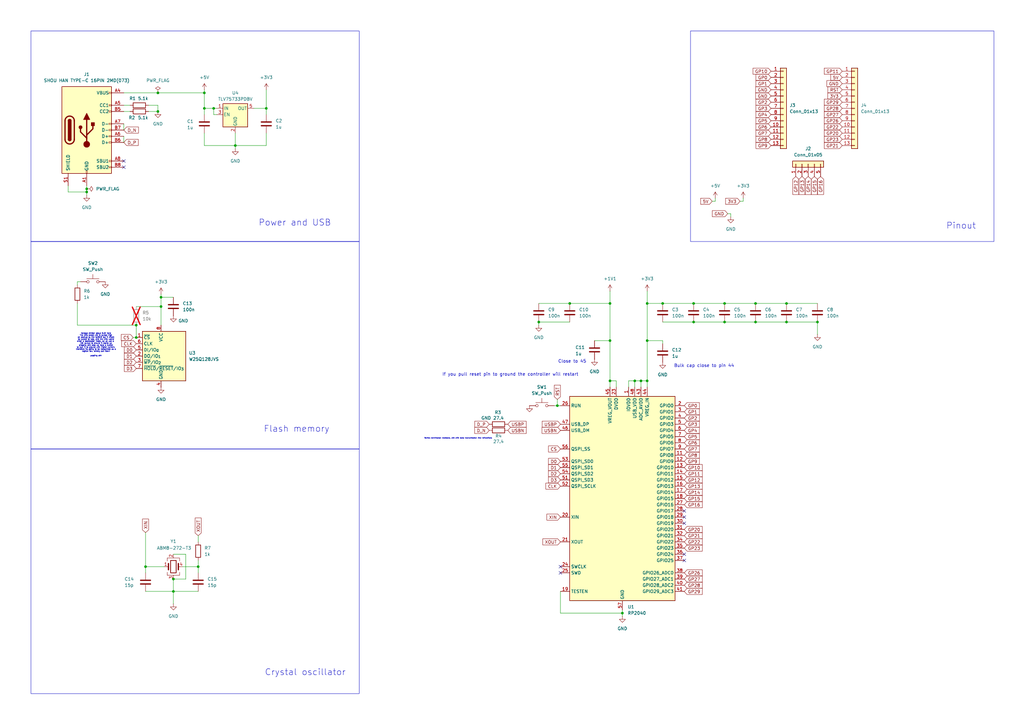
<source format=kicad_sch>
(kicad_sch (version 20250114) (generator "eeschema") (generator_version "9.0")
  (paper "A3")
  (lib_symbols
    (symbol "Connector:USB_C_Receptacle_USB2.0_16P" (pin_names (offset 1.016))
      (property "Reference" "J" (at 0 22.225 0))
      (property "Value" "USB_C_Receptacle_USB2.0_16P" (at 0 19.685 0))
      (symbol "USB_C_Receptacle_USB2.0_16P_0_0"
        (rectangle (start -0.254 -17.78) (end 0.254 -16.764))
        (rectangle (start 10.16 15.494) (end 9.144 14.986))
        (rectangle (start 10.16 10.414) (end 9.144 9.906))
        (rectangle (start 10.16 7.874) (end 9.144 7.366))
        (rectangle (start 10.16 2.794) (end 9.144 2.286))
        (rectangle (start 10.16 0.254) (end 9.144 -0.254))
        (rectangle (start 10.16 -2.286) (end 9.144 -2.794))
        (rectangle (start 10.16 -4.826) (end 9.144 -5.334))
        (rectangle (start 10.16 -12.446) (end 9.144 -12.954))
        (rectangle (start 10.16 -14.986) (end 9.144 -15.494))
      )
      (symbol "USB_C_Receptacle_USB2.0_16P_0_1"
        (rectangle (start -10.16 17.78) (end 10.16 -17.78) (stroke (width 0.254)) (fill (type background)))
        (polyline (pts (xy -8.89 -3.81) (xy -8.89 3.81)) (stroke (width 0.508)))
        (rectangle (start -7.62 -3.81) (end -6.35 3.81) (stroke (width 0.254)) (fill (type outline)))
        (arc (start -7.62 3.81) (mid -6.985 4.4423) (end -6.35 3.81) (stroke (width 0.254)))
        (arc (start -7.62 3.81) (mid -6.985 4.4423) (end -6.35 3.81) (stroke (width 0.254)) (fill (type outline)))
        (arc (start -8.89 3.81) (mid -6.985 5.7067) (end -5.08 3.81) (stroke (width 0.508)))
        (arc (start -5.08 -3.81) (mid -6.985 -5.7067) (end -8.89 -3.81) (stroke (width 0.508)))
        (arc (start -6.35 -3.81) (mid -6.985 -4.4423) (end -7.62 -3.81) (stroke (width 0.254)))
        (arc (start -6.35 -3.81) (mid -6.985 -4.4423) (end -7.62 -3.81) (stroke (width 0.254)) (fill (type outline)))
        (polyline (pts (xy -5.08 3.81) (xy -5.08 -3.81)) (stroke (width 0.508)))
        (circle (center -2.54 1.143) (radius 0.635) (stroke (width 0.254)) (fill (type outline)))
        (polyline (pts (xy -1.27 4.318) (xy 0 6.858) (xy 1.27 4.318) (xy -1.27 4.318)) (stroke (width 0.254)) (fill (type outline)))
        (polyline (pts (xy 0 -2.032) (xy 2.54 0.508) (xy 2.54 1.778)) (stroke (width 0.508)))
        (polyline (pts (xy 0 -3.302) (xy -2.54 -0.762) (xy -2.54 0.508)) (stroke (width 0.508)))
        (polyline (pts (xy 0 -5.842) (xy 0 4.318)) (stroke (width 0.508)))
        (circle (center 0 -5.842) (radius 1.27) (fill (type outline)))
        (rectangle (start 1.905 1.778) (end 3.175 3.048) (stroke (width 0.254)) (fill (type outline)))
      )
      (symbol "USB_C_Receptacle_USB2.0_16P_1_1"
        (pin passive line (at -7.62 -22.86 90) (length 5.08) (name "SHIELD") (number "S1"))
        (pin passive line (at 0 -22.86 90) (length 5.08) (name "GND") (number "A1"))
        (pin passive line (at 0 -22.86 90) (length 5.08) (hide yes) (name "GND") (number "A12"))
        (pin passive line (at 0 -22.86 90) (length 5.08) (hide yes) (name "GND") (number "B1"))
        (pin passive line (at 0 -22.86 90) (length 5.08) (hide yes) (name "GND") (number "B12"))
        (pin passive line (at 15.24 15.24 180) (length 5.08) (name "VBUS") (number "A4"))
        (pin passive line (at 15.24 15.24 180) (length 5.08) (hide yes) (name "VBUS") (number "A9"))
        (pin passive line (at 15.24 15.24 180) (length 5.08) (hide yes) (name "VBUS") (number "B4"))
        (pin passive line (at 15.24 15.24 180) (length 5.08) (hide yes) (name "VBUS") (number "B9"))
        (pin bidirectional line (at 15.24 10.16 180) (length 5.08) (name "CC1") (number "A5"))
        (pin bidirectional line (at 15.24 7.62 180) (length 5.08) (name "CC2") (number "B5"))
        (pin bidirectional line (at 15.24 2.54 180) (length 5.08) (name "D-") (number "A7"))
        (pin bidirectional line (at 15.24 0 180) (length 5.08) (name "D-") (number "B7"))
        (pin bidirectional line (at 15.24 -2.54 180) (length 5.08) (name "D+") (number "A6"))
        (pin bidirectional line (at 15.24 -5.08 180) (length 5.08) (name "D+") (number "B6"))
        (pin bidirectional line (at 15.24 -12.7 180) (length 5.08) (name "SBU1") (number "A8"))
        (pin bidirectional line (at 15.24 -15.24 180) (length 5.08) (name "SBU2") (number "B8"))
      )
    )
    (symbol "Connector_Generic:Conn_01x05" (pin_names (offset 1.016) (hide yes))
      (property "Reference" "J" (at 0 7.62 0))
      (property "Value" "Conn_01x05" (at 0 -7.62 0))
      (symbol "Conn_01x05_1_1"
        (rectangle (start -1.27 6.35) (end 1.27 -6.35) (stroke (width 0.254)) (fill (type background)))
        (rectangle (start -1.27 5.207) (end 0 4.953) (stroke (width 0.1524)))
        (rectangle (start -1.27 2.667) (end 0 2.413) (stroke (width 0.1524)))
        (rectangle (start -1.27 0.127) (end 0 -0.127) (stroke (width 0.1524)))
        (rectangle (start -1.27 -2.413) (end 0 -2.667) (stroke (width 0.1524)))
        (rectangle (start -1.27 -4.953) (end 0 -5.207) (stroke (width 0.1524)))
        (pin passive line (at -5.08 5.08 0) (length 3.81) (name "Pin_1") (number "1"))
        (pin passive line (at -5.08 2.54 0) (length 3.81) (name "Pin_2") (number "2"))
        (pin passive line (at -5.08 0 0) (length 3.81) (name "Pin_3") (number "3"))
        (pin passive line (at -5.08 -2.54 0) (length 3.81) (name "Pin_4") (number "4"))
        (pin passive line (at -5.08 -5.08 0) (length 3.81) (name "Pin_5") (number "5"))
      )
    )
    (symbol "Connector_Generic:Conn_01x13" (pin_names (offset 1.016) (hide yes))
      (property "Reference" "J" (at 0 17.78 0))
      (property "Value" "Conn_01x13" (at 0 -17.78 0))
      (symbol "Conn_01x13_1_1"
        (rectangle (start -1.27 16.51) (end 1.27 -16.51) (stroke (width 0.254)) (fill (type background)))
        (rectangle (start -1.27 15.367) (end 0 15.113) (stroke (width 0.1524)))
        (rectangle (start -1.27 12.827) (end 0 12.573) (stroke (width 0.1524)))
        (rectangle (start -1.27 10.287) (end 0 10.033) (stroke (width 0.1524)))
        (rectangle (start -1.27 7.747) (end 0 7.493) (stroke (width 0.1524)))
        (rectangle (start -1.27 5.207) (end 0 4.953) (stroke (width 0.1524)))
        (rectangle (start -1.27 2.667) (end 0 2.413) (stroke (width 0.1524)))
        (rectangle (start -1.27 0.127) (end 0 -0.127) (stroke (width 0.1524)))
        (rectangle (start -1.27 -2.413) (end 0 -2.667) (stroke (width 0.1524)))
        (rectangle (start -1.27 -4.953) (end 0 -5.207) (stroke (width 0.1524)))
        (rectangle (start -1.27 -7.493) (end 0 -7.747) (stroke (width 0.1524)))
        (rectangle (start -1.27 -10.033) (end 0 -10.287) (stroke (width 0.1524)))
        (rectangle (start -1.27 -12.573) (end 0 -12.827) (stroke (width 0.1524)))
        (rectangle (start -1.27 -15.113) (end 0 -15.367) (stroke (width 0.1524)))
        (pin passive line (at -5.08 15.24 0) (length 3.81) (name "Pin_1") (number "1"))
        (pin passive line (at -5.08 12.7 0) (length 3.81) (name "Pin_2") (number "2"))
        (pin passive line (at -5.08 10.16 0) (length 3.81) (name "Pin_3") (number "3"))
        (pin passive line (at -5.08 7.62 0) (length 3.81) (name "Pin_4") (number "4"))
        (pin passive line (at -5.08 5.08 0) (length 3.81) (name "Pin_5") (number "5"))
        (pin passive line (at -5.08 2.54 0) (length 3.81) (name "Pin_6") (number "6"))
        (pin passive line (at -5.08 0 0) (length 3.81) (name "Pin_7") (number "7"))
        (pin passive line (at -5.08 -2.54 0) (length 3.81) (name "Pin_8") (number "8"))
        (pin passive line (at -5.08 -5.08 0) (length 3.81) (name "Pin_9") (number "9"))
        (pin passive line (at -5.08 -7.62 0) (length 3.81) (name "Pin_10") (number "10"))
        (pin passive line (at -5.08 -10.16 0) (length 3.81) (name "Pin_11") (number "11"))
        (pin passive line (at -5.08 -12.7 0) (length 3.81) (name "Pin_12") (number "12"))
        (pin passive line (at -5.08 -15.24 0) (length 3.81) (name "Pin_13") (number "13"))
      )
    )
    (symbol "Device:C" (pin_numbers (hide yes)) (pin_names (offset 0.254))
      (property "Reference" "C" (at 0.635 2.54 0))
      (property "Value" "C" (at 0.635 -2.54 0))
      (symbol "C_0_1"
        (polyline (pts (xy -2.032 0.762) (xy 2.032 0.762)) (stroke (width 0.508)))
        (polyline (pts (xy -2.032 -0.762) (xy 2.032 -0.762)) (stroke (width 0.508)))
      )
      (symbol "C_1_1"
        (pin passive line (at 0 3.81 270) (length 2.794) (name "~") (number "1"))
        (pin passive line (at 0 -3.81 90) (length 2.794) (name "~") (number "2"))
      )
    )
    (symbol "Device:Crystal_GND23" (pin_names (offset 1.016) (hide yes))
      (property "Reference" "Y" (at 3.175 5.08 0))
      (property "Value" "Crystal_GND23" (at 3.175 3.175 0))
      (symbol "Crystal_GND23_0_1"
        (polyline (pts (xy -2.54 2.286) (xy -2.54 3.556) (xy 2.54 3.556) (xy 2.54 2.286)))
        (polyline (pts (xy -2.54 0) (xy -2.032 0)))
        (polyline (pts (xy -2.54 -2.286) (xy -2.54 -3.556) (xy 2.54 -3.556) (xy 2.54 -2.286)))
        (polyline (pts (xy -2.032 -1.27) (xy -2.032 1.27)) (stroke (width 0.508)))
        (rectangle (start -1.143 2.54) (end 1.143 -2.54) (stroke (width 0.3048)))
        (polyline (pts (xy 0 3.556) (xy 0 3.81)))
        (polyline (pts (xy 0 -3.81) (xy 0 -3.556)))
        (polyline (pts (xy 2.032 0) (xy 2.54 0)))
        (polyline (pts (xy 2.032 -1.27) (xy 2.032 1.27)) (stroke (width 0.508)))
      )
      (symbol "Crystal_GND23_1_1"
        (pin passive line (at -3.81 0 0) (length 1.27) (name "1") (number "1"))
        (pin passive line (at 0 5.08 270) (length 1.27) (name "2") (number "2"))
        (pin passive line (at 0 -5.08 90) (length 1.27) (name "3") (number "3"))
        (pin passive line (at 3.81 0 180) (length 1.27) (name "4") (number "4"))
      )
    )
    (symbol "Device:R" (pin_numbers (hide yes)) (pin_names (offset 0))
      (property "Reference" "R" (at 2.032 0 90))
      (property "Value" "R" (at 0 0 90))
      (symbol "R_0_1"
        (rectangle (start -1.016 -2.54) (end 1.016 2.54) (stroke (width 0.254)))
      )
      (symbol "R_1_1"
        (pin passive line (at 0 3.81 270) (length 1.27) (name "~") (number "1"))
        (pin passive line (at 0 -3.81 90) (length 1.27) (name "~") (number "2"))
      )
    )
    (symbol "MCU_RaspberryPi:RP2040"
      (property "Reference" "U" (at 17.78 45.72 0))
      (property "Value" "RP2040" (at 17.78 43.18 0))
      (symbol "RP2040_0_1"
        (rectangle (start -21.59 41.91) (end 21.59 -41.91) (stroke (width 0.254)) (fill (type background)))
      )
      (symbol "RP2040_1_1"
        (pin input line (at -25.4 38.1 0) (length 3.81) (name "RUN") (number "26"))
        (pin bidirectional line (at -25.4 30.48 0) (length 3.81) (name "USB_DP") (number "47"))
        (pin bidirectional line (at -25.4 27.94 0) (length 3.81) (name "USB_DM") (number "46"))
        (pin bidirectional line (at -25.4 20.32 0) (length 3.81) (name "QSPI_SS") (number "56"))
        (pin bidirectional line (at -25.4 15.24 0) (length 3.81) (name "QSPI_SD0") (number "53"))
        (pin bidirectional line (at -25.4 12.7 0) (length 3.81) (name "QSPI_SD1") (number "55"))
        (pin bidirectional line (at -25.4 10.16 0) (length 3.81) (name "QSPI_SD2") (number "54"))
        (pin bidirectional line (at -25.4 7.62 0) (length 3.81) (name "QSPI_SD3") (number "51"))
        (pin output line (at -25.4 5.08 0) (length 3.81) (name "QSPI_SCLK") (number "52"))
        (pin input line (at -25.4 -7.62 0) (length 3.81) (name "XIN") (number "20"))
        (pin passive line (at -25.4 -17.78 0) (length 3.81) (name "XOUT") (number "21"))
        (pin input line (at -25.4 -27.94 0) (length 3.81) (name "SWCLK") (number "24"))
        (pin bidirectional line (at -25.4 -30.48 0) (length 3.81) (name "SWD") (number "25"))
        (pin input line (at -25.4 -38.1 0) (length 3.81) (name "TESTEN") (number "19"))
        (pin power_out line (at -5.08 45.72 270) (length 3.81) (name "VREG_VOUT") (number "45"))
        (pin power_in line (at -2.54 45.72 270) (length 3.81) (name "DVDD") (number "23"))
        (pin passive line (at -2.54 45.72 270) (length 3.81) (hide yes) (name "DVDD") (number "50"))
        (pin power_in line (at 0 -45.72 90) (length 3.81) (name "GND") (number "57"))
        (pin power_in line (at 2.54 45.72 270) (length 3.81) (name "IOVDD") (number "1"))
        (pin passive line (at 2.54 45.72 270) (length 3.81) (hide yes) (name "IOVDD") (number "10"))
        (pin passive line (at 2.54 45.72 270) (length 3.81) (hide yes) (name "IOVDD") (number "22"))
        (pin passive line (at 2.54 45.72 270) (length 3.81) (hide yes) (name "IOVDD") (number "33"))
        (pin passive line (at 2.54 45.72 270) (length 3.81) (hide yes) (name "IOVDD") (number "42"))
        (pin passive line (at 2.54 45.72 270) (length 3.81) (hide yes) (name "IOVDD") (number "49"))
        (pin power_in line (at 5.08 45.72 270) (length 3.81) (name "USB_VDD") (number "48"))
        (pin power_in line (at 7.62 45.72 270) (length 3.81) (name "ADC_AVDD") (number "43"))
        (pin power_in line (at 10.16 45.72 270) (length 3.81) (name "VREG_IN") (number "44"))
        (pin bidirectional line (at 25.4 38.1 180) (length 3.81) (name "GPIO0") (number "2"))
        (pin bidirectional line (at 25.4 35.56 180) (length 3.81) (name "GPIO1") (number "3"))
        (pin bidirectional line (at 25.4 33.02 180) (length 3.81) (name "GPIO2") (number "4"))
        (pin bidirectional line (at 25.4 30.48 180) (length 3.81) (name "GPIO3") (number "5"))
        (pin bidirectional line (at 25.4 27.94 180) (length 3.81) (name "GPIO4") (number "6"))
        (pin bidirectional line (at 25.4 25.4 180) (length 3.81) (name "GPIO5") (number "7"))
        (pin bidirectional line (at 25.4 22.86 180) (length 3.81) (name "GPIO6") (number "8"))
        (pin bidirectional line (at 25.4 20.32 180) (length 3.81) (name "GPIO7") (number "9"))
        (pin bidirectional line (at 25.4 17.78 180) (length 3.81) (name "GPIO8") (number "11"))
        (pin bidirectional line (at 25.4 15.24 180) (length 3.81) (name "GPIO9") (number "12"))
        (pin bidirectional line (at 25.4 12.7 180) (length 3.81) (name "GPIO10") (number "13"))
        (pin bidirectional line (at 25.4 10.16 180) (length 3.81) (name "GPIO11") (number "14"))
        (pin bidirectional line (at 25.4 7.62 180) (length 3.81) (name "GPIO12") (number "15"))
        (pin bidirectional line (at 25.4 5.08 180) (length 3.81) (name "GPIO13") (number "16"))
        (pin bidirectional line (at 25.4 2.54 180) (length 3.81) (name "GPIO14") (number "17"))
        (pin bidirectional line (at 25.4 0 180) (length 3.81) (name "GPIO15") (number "18"))
        (pin bidirectional line (at 25.4 -2.54 180) (length 3.81) (name "GPIO16") (number "27"))
        (pin bidirectional line (at 25.4 -5.08 180) (length 3.81) (name "GPIO17") (number "28"))
        (pin bidirectional line (at 25.4 -7.62 180) (length 3.81) (name "GPIO18") (number "29"))
        (pin bidirectional line (at 25.4 -10.16 180) (length 3.81) (name "GPIO19") (number "30"))
        (pin bidirectional line (at 25.4 -12.7 180) (length 3.81) (name "GPIO20") (number "31"))
        (pin bidirectional line (at 25.4 -15.24 180) (length 3.81) (name "GPIO21") (number "32"))
        (pin bidirectional line (at 25.4 -17.78 180) (length 3.81) (name "GPIO22") (number "34"))
        (pin bidirectional line (at 25.4 -20.32 180) (length 3.81) (name "GPIO23") (number "35"))
        (pin bidirectional line (at 25.4 -22.86 180) (length 3.81) (name "GPIO24") (number "36"))
        (pin bidirectional line (at 25.4 -25.4 180) (length 3.81) (name "GPIO25") (number "37"))
        (pin bidirectional line (at 25.4 -30.48 180) (length 3.81) (name "GPIO26_ADC0") (number "38"))
        (pin bidirectional line (at 25.4 -33.02 180) (length 3.81) (name "GPIO27_ADC1") (number "39"))
        (pin bidirectional line (at 25.4 -35.56 180) (length 3.81) (name "GPIO28_ADC2") (number "40"))
        (pin bidirectional line (at 25.4 -38.1 180) (length 3.81) (name "GPIO29_ADC3") (number "41"))
      )
    )
    (symbol "Memory_Flash:W25Q128JVS"
      (property "Reference" "U" (at -6.35 11.43 0))
      (property "Value" "W25Q128JVS" (at 7.62 11.43 0))
      (symbol "W25Q128JVS_0_1"
        (rectangle (start -7.62 10.16) (end 10.16 -10.16) (stroke (width 0.254)) (fill (type background)))
      )
      (symbol "W25Q128JVS_1_1"
        (pin input line (at -10.16 7.62 0) (length 2.54) (name "~{CS}") (number "1"))
        (pin input line (at -10.16 5.08 0) (length 2.54) (name "CLK") (number "6"))
        (pin bidirectional line (at -10.16 2.54 0) (length 2.54) (name "DI/IO_{0}") (number "5"))
        (pin bidirectional line (at -10.16 0 0) (length 2.54) (name "DO/IO_{1}") (number "2"))
        (pin bidirectional line (at -10.16 -2.54 0) (length 2.54) (name "~{WP}/IO_{2}") (number "3"))
        (pin bidirectional line (at -10.16 -5.08 0) (length 2.54) (name "~{HOLD}/~{RESET}/IO_{3}") (number "7"))
        (pin power_in line (at 0 12.7 270) (length 2.54) (name "VCC") (number "8"))
        (pin power_in line (at 0 -12.7 90) (length 2.54) (name "GND") (number "4"))
      )
    )
    (symbol "Regulator_Linear:TLV75733PDBV" (pin_names (offset 0.254))
      (property "Reference" "U" (at -3.81 5.715 0))
      (property "Value" "TLV75733PDBV" (at 0 5.715 0))
      (symbol "TLV75733PDBV_0_1"
        (rectangle (start -5.08 4.445) (end 5.08 -5.08) (stroke (width 0.254)) (fill (type background)))
      )
      (symbol "TLV75733PDBV_1_1"
        (pin power_in line (at -7.62 2.54 0) (length 2.54) (name "IN") (number "1"))
        (pin input line (at -7.62 0 0) (length 2.54) (name "EN") (number "3"))
        (pin power_in line (at 0 -7.62 90) (length 2.54) (name "GND") (number "2"))
        (pin no_connect line (at 5.08 0 180) (length 2.54) (hide yes) (name "NC") (number "4"))
        (pin power_out line (at 7.62 2.54 180) (length 2.54) (name "OUT") (number "5"))
      )
    )
    (symbol "Switch:SW_Push" (pin_numbers (hide yes)) (pin_names (offset 1.016) (hide yes))
      (property "Reference" "SW" (at 1.27 2.54 0))
      (property "Value" "SW_Push" (at 0 -1.524 0))
      (symbol "SW_Push_0_1"
        (circle (center -2.032 0) (radius 0.508))
        (polyline (pts (xy 0 1.27) (xy 0 3.048)))
        (circle (center 2.032 0) (radius 0.508))
        (polyline (pts (xy 2.54 1.27) (xy -2.54 1.27)))
        (pin passive line (at -5.08 0 0) (length 2.54) (name "1") (number "1"))
        (pin passive line (at 5.08 0 180) (length 2.54) (name "2") (number "2"))
      )
    )
    (symbol "power:+1V1" (power) (pin_numbers (hide yes)) (pin_names (offset 0) (hide yes))
      (property "Value" "+1V1" (at 0 3.556 0))
      (symbol "+1V1_0_1"
        (polyline (pts (xy -0.762 1.27) (xy 0 2.54)))
        (polyline (pts (xy 0 2.54) (xy 0.762 1.27)))
        (polyline (pts (xy 0 0) (xy 0 2.54)))
      )
      (symbol "+1V1_1_1"
        (pin power_in line (at 0 0 90) (length 0) (name "~") (number "1"))
      )
    )
    (symbol "power:+3V3" (power) (pin_numbers (hide yes)) (pin_names (offset 0) (hide yes))
      (property "Value" "+3V3" (at 0 3.556 0))
      (symbol "+3V3_0_1"
        (polyline (pts (xy -0.762 1.27) (xy 0 2.54)))
        (polyline (pts (xy 0 2.54) (xy 0.762 1.27)))
        (polyline (pts (xy 0 0) (xy 0 2.54)))
      )
      (symbol "+3V3_1_1"
        (pin power_in line (at 0 0 90) (length 0) (name "~") (number "1"))
      )
    )
    (symbol "power:+5V" (power) (pin_numbers (hide yes)) (pin_names (offset 0) (hide yes))
      (property "Value" "+5V" (at 0 3.556 0))
      (symbol "+5V_0_1"
        (polyline (pts (xy -0.762 1.27) (xy 0 2.54)))
        (polyline (pts (xy 0 2.54) (xy 0.762 1.27)))
        (polyline (pts (xy 0 0) (xy 0 2.54)))
      )
      (symbol "+5V_1_1"
        (pin power_in line (at 0 0 90) (length 0) (name "~") (number "1"))
      )
    )
    (symbol "power:GND" (power) (pin_numbers (hide yes)) (pin_names (offset 0) (hide yes))
      (property "Value" "GND" (at 0 -3.81 0))
      (symbol "GND_0_1"
        (polyline (pts (xy 0 0) (xy 0 -1.27) (xy 1.27 -1.27) (xy 0 -2.54) (xy -1.27 -1.27) (xy 0 -1.27)))
      )
      (symbol "GND_1_1"
        (pin power_in line (at 0 0 270) (length 0) (name "~") (number "1"))
      )
    )
    (symbol "power:PWR_FLAG" (power) (pin_numbers (hide yes)) (pin_names (offset 0) (hide yes))
      (property "Value" "PWR_FLAG" (at 0 3.81 0))
      (symbol "PWR_FLAG_0_0"
        (pin power_out line (at 0 0 90) (length 0) (name "~") (number "1"))
      )
      (symbol "PWR_FLAG_0_1"
        (polyline (pts (xy 0 0) (xy 0 1.27) (xy -1.016 1.905) (xy 0 2.54) (xy 1.016 1.905) (xy 0 1.27)))
      )
    )
  )
  (rectangle (start 12.7 184.15) (end 147.32 284.48))
  (rectangle (start 12.7 99.06) (end 147.32 184.15))
  (rectangle (start 283.21 12.7) (end 407.67 99.06))
  (rectangle (start 12.7 12.7) (end 147.32 99.06))
  (text "Pinout\n" (at 394.208 92.71 0) (effects (font (size 2.54 2.54))))
  (text "If you pull reset pin to ground the controller will restart\n" (at 209.296 153.67 0) (effects (font (size 1.27 1.27))))
  (text "Flash memory\n" (at 121.666 176.022 0) (effects (font (size 2.54 2.54))))
  (text "Power and USB\n" (at 120.904 91.44 0) (effects (font (size 2.54 2.54))))
  (text "yapping ahh" (at 39.37 146.05 0) (effects (font (size 0.508 0.508))))
  (text "Crystal oscillator\n" (at 125.222 275.844 0) (effects (font (size 2.54 2.54))))
  (text "Voltage divider about 0.3V here\nThe chip select pin is pulled high\non startup by the rp2040 but it might\nbe pulled to late, and the chip would\nenter a bootloader mode, so we use a \n10k pullup to ensure it starts up\nproperly and also we have a button\nto pull it to ground with higher current,\ntherofore its going to be recognized as a\nlogical low, strong pull down\n\n" (at 39.37 140.97 0) (effects (font (size 0.508 0.508))))
  (text "Bulk cap close to pin 44\n" (at 288.798 150.114 0) (effects (font (size 1.27 1.27))))
  (text "Series terminaton resistors, aid with data transmission line reflections\n" (at 187.96 179.832 0) (effects (font (size 0.508 0.508))))
  (text "Close to 45\n\n" (at 234.696 149.352 0) (effects (font (size 1.27 1.27))))
  (junction (at 250.19 124.46))
  (junction (at 71.12 242.57))
  (junction (at 322.58 124.46))
  (junction (at 83.82 38.1))
  (junction (at 297.18 124.46))
  (junction (at 271.78 124.46))
  (junction (at 265.43 124.46))
  (junction (at 260.35 156.21))
  (junction (at 335.28 132.08))
  (junction (at 59.69 232.41))
  (junction (at 55.88 133.35))
  (junction (at 309.88 124.46))
  (junction (at 284.48 132.08))
  (junction (at 109.22 44.45))
  (junction (at 64.77 45.72))
  (junction (at 81.28 232.41))
  (junction (at 220.98 132.08))
  (junction (at 233.68 124.46))
  (junction (at 250.19 156.21))
  (junction (at 83.82 44.45))
  (junction (at 250.19 139.7))
  (junction (at 265.43 156.21))
  (junction (at 262.89 156.21))
  (junction (at 35.56 77.47))
  (junction (at 66.04 125.73))
  (junction (at 55.88 138.43))
  (junction (at 64.77 38.1))
  (junction (at 35.56 78.74))
  (junction (at 87.63 44.45))
  (junction (at 255.27 251.46))
  (junction (at 265.43 139.7))
  (junction (at 309.88 132.08))
  (junction (at 284.48 124.46))
  (junction (at 66.04 121.92))
  (junction (at 322.58 132.08))
  (junction (at 297.18 132.08))
  (junction (at 228.6 166.37))
  (junction (at 96.52 59.69))
  (junction (at 71.12 237.49))
  (no_connect (at 50.8 66.04))
  (no_connect (at 280.67 229.87))
  (no_connect (at 280.67 209.55))
  (no_connect (at 229.87 234.95))
  (no_connect (at 280.67 227.33))
  (no_connect (at 280.67 214.63))
  (no_connect (at 229.87 232.41))
  (no_connect (at 280.67 212.09))
  (no_connect (at 50.8 68.58))
  (wire (pts (xy 260.35 156.21) (xy 260.35 158.75)))
  (wire (pts (xy 83.82 44.45) (xy 87.63 44.45)))
  (wire (pts (xy 271.78 124.46) (xy 284.48 124.46)))
  (wire (pts (xy 87.63 44.45) (xy 88.9 44.45)))
  (wire (pts (xy 27.94 76.2) (xy 27.94 78.74)))
  (wire (pts (xy 265.43 156.21) (xy 262.89 156.21)))
  (wire (pts (xy 81.28 219.71) (xy 81.28 222.25)))
  (wire (pts (xy 220.98 132.08) (xy 233.68 132.08)))
  (wire (pts (xy 50.8 50.8) (xy 50.8 53.34)))
  (wire (pts (xy 220.98 124.46) (xy 233.68 124.46)))
  (wire (pts (xy 64.77 43.18) (xy 64.77 45.72)))
  (wire (pts (xy 66.04 120.65) (xy 66.04 121.92)))
  (wire (pts (xy 27.94 78.74) (xy 35.56 78.74)))
  (wire (pts (xy 76.2 237.49) (xy 71.12 237.49)))
  (wire (pts (xy 59.69 242.57) (xy 71.12 242.57)))
  (wire (pts (xy 233.68 124.46) (xy 250.19 124.46)))
  (wire (pts (xy 297.18 132.08) (xy 309.88 132.08)))
  (wire (pts (xy 252.73 156.21) (xy 252.73 158.75)))
  (wire (pts (xy 298.45 87.63) (xy 299.72 87.63)))
  (wire (pts (xy 50.8 55.88) (xy 50.8 58.42)))
  (wire (pts (xy 297.18 124.46) (xy 309.88 124.46)))
  (wire (pts (xy 64.77 38.1) (xy 83.82 38.1)))
  (wire (pts (xy 284.48 132.08) (xy 297.18 132.08)))
  (wire (pts (xy 293.37 82.55) (xy 293.37 81.28)))
  (wire (pts (xy 81.28 229.87) (xy 81.28 232.41)))
  (wire (pts (xy 250.19 119.38) (xy 250.19 124.46)))
  (wire (pts (xy 71.12 237.49) (xy 71.12 242.57)))
  (wire (pts (xy 303.53 82.55) (xy 304.8 82.55)))
  (wire (pts (xy 322.58 132.08) (xy 335.28 132.08)))
  (wire (pts (xy 81.28 232.41) (xy 81.28 234.95)))
  (wire (pts (xy 71.12 242.57) (xy 81.28 242.57)))
  (wire (pts (xy 109.22 36.83) (xy 109.22 44.45)))
  (wire (pts (xy 83.82 54.61) (xy 83.82 59.69)))
  (wire (pts (xy 228.6 163.83) (xy 228.6 166.37)))
  (wire (pts (xy 109.22 44.45) (xy 109.22 46.99)))
  (wire (pts (xy 59.69 232.41) (xy 59.69 234.95)))
  (wire (pts (xy 109.22 54.61) (xy 109.22 59.69)))
  (wire (pts (xy 66.04 121.92) (xy 66.04 125.73)))
  (wire (pts (xy 271.78 139.7) (xy 271.78 140.97)))
  (wire (pts (xy 265.43 124.46) (xy 271.78 124.46)))
  (wire (pts (xy 83.82 59.69) (xy 96.52 59.69)))
  (wire (pts (xy 31.75 115.57) (xy 33.02 115.57)))
  (wire (pts (xy 304.8 82.55) (xy 304.8 81.28)))
  (wire (pts (xy 60.96 45.72) (xy 64.77 45.72)))
  (wire (pts (xy 265.43 139.7) (xy 271.78 139.7)))
  (wire (pts (xy 83.82 44.45) (xy 83.82 46.99)))
  (wire (pts (xy 309.88 132.08) (xy 322.58 132.08)))
  (wire (pts (xy 109.22 59.69) (xy 96.52 59.69)))
  (wire (pts (xy 255.27 250.19) (xy 255.27 251.46)))
  (wire (pts (xy 260.35 156.21) (xy 257.81 156.21)))
  (wire (pts (xy 250.19 156.21) (xy 252.73 156.21)))
  (wire (pts (xy 250.19 156.21) (xy 250.19 158.75)))
  (wire (pts (xy 31.75 133.35) (xy 55.88 133.35)))
  (wire (pts (xy 60.96 43.18) (xy 64.77 43.18)))
  (wire (pts (xy 59.69 218.44) (xy 59.69 232.41)))
  (wire (pts (xy 262.89 156.21) (xy 262.89 158.75)))
  (wire (pts (xy 265.43 156.21) (xy 265.43 158.75)))
  (wire (pts (xy 262.89 156.21) (xy 260.35 156.21)))
  (wire (pts (xy 50.8 45.72) (xy 53.34 45.72)))
  (wire (pts (xy 55.88 138.43) (xy 55.88 133.35)))
  (wire (pts (xy 229.87 242.57) (xy 229.87 251.46)))
  (wire (pts (xy 66.04 125.73) (xy 66.04 133.35)))
  (wire (pts (xy 284.48 124.46) (xy 297.18 124.46)))
  (wire (pts (xy 71.12 242.57) (xy 71.12 247.65)))
  (wire (pts (xy 96.52 60.96) (xy 96.52 59.69)))
  (wire (pts (xy 309.88 124.46) (xy 322.58 124.46)))
  (wire (pts (xy 335.28 132.08) (xy 335.28 137.16)))
  (wire (pts (xy 243.84 139.7) (xy 250.19 139.7)))
  (wire (pts (xy 271.78 132.08) (xy 284.48 132.08)))
  (wire (pts (xy 292.1 82.55) (xy 293.37 82.55)))
  (wire (pts (xy 88.9 46.99) (xy 87.63 46.99)))
  (wire (pts (xy 71.12 227.33) (xy 76.2 227.33)))
  (wire (pts (xy 66.04 121.92) (xy 71.12 121.92)))
  (wire (pts (xy 50.8 43.18) (xy 53.34 43.18)))
  (wire (pts (xy 255.27 252.73) (xy 255.27 251.46)))
  (wire (pts (xy 322.58 124.46) (xy 335.28 124.46)))
  (wire (pts (xy 59.69 232.41) (xy 67.31 232.41)))
  (wire (pts (xy 257.81 156.21) (xy 257.81 158.75)))
  (wire (pts (xy 299.72 87.63) (xy 299.72 88.9)))
  (wire (pts (xy 54.61 138.43) (xy 55.88 138.43)))
  (wire (pts (xy 76.2 227.33) (xy 76.2 237.49)))
  (wire (pts (xy 55.88 125.73) (xy 66.04 125.73)))
  (wire (pts (xy 227.33 166.37) (xy 228.6 166.37)))
  (wire (pts (xy 265.43 124.46) (xy 265.43 139.7)))
  (wire (pts (xy 87.63 46.99) (xy 87.63 44.45)))
  (wire (pts (xy 104.14 44.45) (xy 109.22 44.45)))
  (wire (pts (xy 35.56 76.2) (xy 35.56 77.47)))
  (wire (pts (xy 220.98 133.35) (xy 220.98 132.08)))
  (wire (pts (xy 50.8 38.1) (xy 64.77 38.1)))
  (wire (pts (xy 265.43 119.38) (xy 265.43 124.46)))
  (wire (pts (xy 31.75 116.84) (xy 31.75 115.57)))
  (wire (pts (xy 250.19 124.46) (xy 250.19 139.7)))
  (wire (pts (xy 250.19 139.7) (xy 250.19 156.21)))
  (wire (pts (xy 265.43 139.7) (xy 265.43 156.21)))
  (wire (pts (xy 35.56 80.01) (xy 35.56 78.74)))
  (wire (pts (xy 228.6 166.37) (xy 229.87 166.37)))
  (wire (pts (xy 31.75 124.46) (xy 31.75 133.35)))
  (wire (pts (xy 229.87 251.46) (xy 255.27 251.46)))
  (wire (pts (xy 83.82 38.1) (xy 83.82 44.45)))
  (wire (pts (xy 35.56 77.47) (xy 35.56 78.74)))
  (wire (pts (xy 74.93 232.41) (xy 81.28 232.41)))
  (wire (pts (xy 96.52 54.61) (xy 96.52 59.69)))
  (wire (pts (xy 83.82 36.83) (xy 83.82 38.1)))
  (global_label "CLK" (shape input) (at 229.87 199.39 180) (property "Intersheetrefs" "${INTERSHEET_REFS}" (effects (hide yes))))
  (global_label "GP20" (shape input) (at 345.44 54.61 180) (property "Intersheetrefs" "${INTERSHEET_REFS}" (effects (hide yes))))
  (global_label "GP26" (shape input) (at 280.67 234.95 0) (property "Intersheetrefs" "${INTERSHEET_REFS}" (effects (hide yes))))
  (global_label "GP2" (shape input) (at 280.67 171.45 0) (property "Intersheetrefs" "${INTERSHEET_REFS}" (effects (hide yes))))
  (global_label "GP13" (shape input) (at 280.67 199.39 0) (property "Intersheetrefs" "${INTERSHEET_REFS}" (effects (hide yes))))
  (global_label "GP16" (shape input) (at 336.55 72.39 270) (property "Intersheetrefs" "${INTERSHEET_REFS}" (effects (hide yes))))
  (global_label "GP12" (shape input) (at 280.67 196.85 0) (property "Intersheetrefs" "${INTERSHEET_REFS}" (effects (hide yes))))
  (global_label "GP4" (shape input) (at 316.23 46.99 180) (property "Intersheetrefs" "${INTERSHEET_REFS}" (effects (hide yes))))
  (global_label "D0" (shape input) (at 229.87 189.23 180) (property "Intersheetrefs" "${INTERSHEET_REFS}" (effects (hide yes))))
  (global_label "GP21" (shape input) (at 345.44 59.69 180) (property "Intersheetrefs" "${INTERSHEET_REFS}" (effects (hide yes))))
  (global_label "GP21" (shape input) (at 280.67 219.71 0) (property "Intersheetrefs" "${INTERSHEET_REFS}" (effects (hide yes))))
  (global_label "5V" (shape input) (at 292.1 82.55 180) (property "Intersheetrefs" "${INTERSHEET_REFS}" (effects (hide yes))))
  (global_label "D1" (shape input) (at 229.87 191.77 180) (property "Intersheetrefs" "${INTERSHEET_REFS}" (effects (hide yes))))
  (global_label "GP23" (shape input) (at 280.67 224.79 0) (property "Intersheetrefs" "${INTERSHEET_REFS}" (effects (hide yes))))
  (global_label "GP9" (shape input) (at 316.23 59.69 180) (property "Intersheetrefs" "${INTERSHEET_REFS}" (effects (hide yes))))
  (global_label "GP6" (shape input) (at 280.67 181.61 0) (property "Intersheetrefs" "${INTERSHEET_REFS}" (effects (hide yes))))
  (global_label "D_N" (shape input) (at 200.66 176.53 180) (property "Intersheetrefs" "${INTERSHEET_REFS}" (effects (hide yes))))
  (global_label "GP29" (shape input) (at 345.44 41.91 180) (property "Intersheetrefs" "${INTERSHEET_REFS}" (effects (hide yes))))
  (global_label "GP8" (shape input) (at 316.23 57.15 180) (property "Intersheetrefs" "${INTERSHEET_REFS}" (effects (hide yes))))
  (global_label "GP7" (shape input) (at 316.23 54.61 180) (property "Intersheetrefs" "${INTERSHEET_REFS}" (effects (hide yes))))
  (global_label "D_P" (shape input) (at 200.66 173.99 180) (property "Intersheetrefs" "${INTERSHEET_REFS}" (effects (hide yes))))
  (global_label "GP12" (shape input) (at 326.39 72.39 270) (property "Intersheetrefs" "${INTERSHEET_REFS}" (effects (hide yes))))
  (global_label "GP10" (shape input) (at 280.67 191.77 0) (property "Intersheetrefs" "${INTERSHEET_REFS}" (effects (hide yes))))
  (global_label "GP22" (shape input) (at 280.67 222.25 0) (property "Intersheetrefs" "${INTERSHEET_REFS}" (effects (hide yes))))
  (global_label "GP10" (shape input) (at 316.23 29.21 180) (property "Intersheetrefs" "${INTERSHEET_REFS}" (effects (hide yes))))
  (global_label "GP11" (shape input) (at 280.67 194.31 0) (property "Intersheetrefs" "${INTERSHEET_REFS}" (effects (hide yes))))
  (global_label "GP3" (shape input) (at 280.67 173.99 0) (property "Intersheetrefs" "${INTERSHEET_REFS}" (effects (hide yes))))
  (global_label "GP28" (shape input) (at 280.67 240.03 0) (property "Intersheetrefs" "${INTERSHEET_REFS}" (effects (hide yes))))
  (global_label "D3" (shape input) (at 55.88 151.13 180) (property "Intersheetrefs" "${INTERSHEET_REFS}" (effects (hide yes))))
  (global_label "GP27" (shape input) (at 345.44 46.99 180) (property "Intersheetrefs" "${INTERSHEET_REFS}" (effects (hide yes))))
  (global_label "CLK" (shape input) (at 55.88 140.97 180) (property "Intersheetrefs" "${INTERSHEET_REFS}" (effects (hide yes))))
  (global_label "GND" (shape input) (at 298.45 87.63 180) (property "Intersheetrefs" "${INTERSHEET_REFS}" (effects (hide yes))))
  (global_label "GP4" (shape input) (at 280.67 176.53 0) (property "Intersheetrefs" "${INTERSHEET_REFS}" (effects (hide yes))))
  (global_label "GP8" (shape input) (at 280.67 186.69 0) (property "Intersheetrefs" "${INTERSHEET_REFS}" (effects (hide yes))))
  (global_label "CS" (shape input) (at 54.61 138.43 180) (property "Intersheetrefs" "${INTERSHEET_REFS}" (effects (hide yes))))
  (global_label "GP1" (shape input) (at 280.67 168.91 0) (property "Intersheetrefs" "${INTERSHEET_REFS}" (effects (hide yes))))
  (global_label "USBN" (shape input) (at 208.28 176.53 0) (property "Intersheetrefs" "${INTERSHEET_REFS}" (effects (hide yes))))
  (global_label "GP20" (shape input) (at 280.67 217.17 0) (property "Intersheetrefs" "${INTERSHEET_REFS}" (effects (hide yes))))
  (global_label "GP15" (shape input) (at 334.01 72.39 270) (property "Intersheetrefs" "${INTERSHEET_REFS}" (effects (hide yes))))
  (global_label "GP14" (shape input) (at 280.67 201.93 0) (property "Intersheetrefs" "${INTERSHEET_REFS}" (effects (hide yes))))
  (global_label "D2" (shape input) (at 229.87 194.31 180) (property "Intersheetrefs" "${INTERSHEET_REFS}" (effects (hide yes))))
  (global_label "GP11" (shape input) (at 345.44 29.21 180) (property "Intersheetrefs" "${INTERSHEET_REFS}" (effects (hide yes))))
  (global_label "GP2" (shape input) (at 316.23 41.91 180) (property "Intersheetrefs" "${INTERSHEET_REFS}" (effects (hide yes))))
  (global_label "GP0" (shape input) (at 316.23 31.75 180) (property "Intersheetrefs" "${INTERSHEET_REFS}" (effects (hide yes))))
  (global_label "GND" (shape input) (at 316.23 36.83 180) (property "Intersheetrefs" "${INTERSHEET_REFS}" (effects (hide yes))))
  (global_label "GP23" (shape input) (at 345.44 57.15 180) (property "Intersheetrefs" "${INTERSHEET_REFS}" (effects (hide yes))))
  (global_label "XIN" (shape input) (at 229.87 212.09 180) (property "Intersheetrefs" "${INTERSHEET_REFS}" (effects (hide yes))))
  (global_label "D_N" (shape input) (at 50.8 53.34 0) (property "Intersheetrefs" "${INTERSHEET_REFS}" (effects (hide yes))))
  (global_label "GP1" (shape input) (at 316.23 34.29 180) (property "Intersheetrefs" "${INTERSHEET_REFS}" (effects (hide yes))))
  (global_label "GP3" (shape input) (at 316.23 44.45 180) (property "Intersheetrefs" "${INTERSHEET_REFS}" (effects (hide yes))))
  (global_label "3V3" (shape input) (at 303.53 82.55 180) (property "Intersheetrefs" "${INTERSHEET_REFS}" (effects (hide yes))))
  (global_label "D2" (shape input) (at 55.88 148.59 180) (property "Intersheetrefs" "${INTERSHEET_REFS}" (effects (hide yes))))
  (global_label "USBP" (shape input) (at 208.28 173.99 0) (property "Intersheetrefs" "${INTERSHEET_REFS}" (effects (hide yes))))
  (global_label "GP6" (shape input) (at 316.23 52.07 180) (property "Intersheetrefs" "${INTERSHEET_REFS}" (effects (hide yes))))
  (global_label "GP5" (shape input) (at 280.67 179.07 0) (property "Intersheetrefs" "${INTERSHEET_REFS}" (effects (hide yes))))
  (global_label "GP28" (shape input) (at 345.44 44.45 180) (property "Intersheetrefs" "${INTERSHEET_REFS}" (effects (hide yes))))
  (global_label "GP26" (shape input) (at 345.44 49.53 180) (property "Intersheetrefs" "${INTERSHEET_REFS}" (effects (hide yes))))
  (global_label "USBN" (shape input) (at 229.87 176.53 180) (property "Intersheetrefs" "${INTERSHEET_REFS}" (effects (hide yes))))
  (global_label "GP29" (shape input) (at 280.67 242.57 0) (property "Intersheetrefs" "${INTERSHEET_REFS}" (effects (hide yes))))
  (global_label "GP27" (shape input) (at 280.67 237.49 0) (property "Intersheetrefs" "${INTERSHEET_REFS}" (effects (hide yes))))
  (global_label "USBP" (shape input) (at 229.87 173.99 180) (property "Intersheetrefs" "${INTERSHEET_REFS}" (effects (hide yes))))
  (global_label "GP0" (shape input) (at 280.67 166.37 0) (property "Intersheetrefs" "${INTERSHEET_REFS}" (effects (hide yes))))
  (global_label "GP5" (shape input) (at 316.23 49.53 180) (property "Intersheetrefs" "${INTERSHEET_REFS}" (effects (hide yes))))
  (global_label "XOUT" (shape input) (at 229.87 222.25 180) (property "Intersheetrefs" "${INTERSHEET_REFS}" (effects (hide yes))))
  (global_label "D1" (shape input) (at 55.88 146.05 180) (property "Intersheetrefs" "${INTERSHEET_REFS}" (effects (hide yes))))
  (global_label "D_P" (shape input) (at 50.8 58.42 0) (property "Intersheetrefs" "${INTERSHEET_REFS}" (effects (hide yes))))
  (global_label "GND" (shape input) (at 345.44 34.29 180) (property "Intersheetrefs" "${INTERSHEET_REFS}" (effects (hide yes))))
  (global_label "GP9" (shape input) (at 280.67 189.23 0) (property "Intersheetrefs" "${INTERSHEET_REFS}" (effects (hide yes))))
  (global_label "XOUT" (shape input) (at 81.28 219.71 90) (property "Intersheetrefs" "${INTERSHEET_REFS}" (effects (hide yes))))
  (global_label "GP22" (shape input) (at 345.44 52.07 180) (property "Intersheetrefs" "${INTERSHEET_REFS}" (effects (hide yes))))
  (global_label "CS" (shape input) (at 229.87 184.15 180) (property "Intersheetrefs" "${INTERSHEET_REFS}" (effects (hide yes))))
  (global_label "5V" (shape input) (at 345.44 31.75 180) (property "Intersheetrefs" "${INTERSHEET_REFS}" (effects (hide yes))))
  (global_label "XIN" (shape input) (at 59.69 218.44 90) (property "Intersheetrefs" "${INTERSHEET_REFS}" (effects (hide yes))))
  (global_label "RST" (shape input) (at 228.6 163.83 90) (property "Intersheetrefs" "${INTERSHEET_REFS}" (effects (hide yes))))
  (global_label "3V3" (shape input) (at 345.44 39.37 180) (property "Intersheetrefs" "${INTERSHEET_REFS}" (effects (hide yes))))
  (global_label "GP7" (shape input) (at 280.67 184.15 0) (property "Intersheetrefs" "${INTERSHEET_REFS}" (effects (hide yes))))
  (global_label "D3" (shape input) (at 229.87 196.85 180) (property "Intersheetrefs" "${INTERSHEET_REFS}" (effects (hide yes))))
  (global_label "RST" (shape input) (at 345.44 36.83 180) (property "Intersheetrefs" "${INTERSHEET_REFS}" (effects (hide yes))))
  (global_label "GP14" (shape input) (at 331.47 72.39 270) (property "Intersheetrefs" "${INTERSHEET_REFS}" (effects (hide yes))))
  (global_label "GP16" (shape input) (at 280.67 207.01 0) (property "Intersheetrefs" "${INTERSHEET_REFS}" (effects (hide yes))))
  (global_label "GND" (shape input) (at 316.23 39.37 180) (property "Intersheetrefs" "${INTERSHEET_REFS}" (effects (hide yes))))
  (global_label "GP13" (shape input) (at 328.93 72.39 270) (property "Intersheetrefs" "${INTERSHEET_REFS}" (effects (hide yes))))
  (global_label "D0" (shape input) (at 55.88 143.51 180) (property "Intersheetrefs" "${INTERSHEET_REFS}" (effects (hide yes))))
  (global_label "GP15" (shape input) (at 280.67 204.47 0) (property "Intersheetrefs" "${INTERSHEET_REFS}" (effects (hide yes))))
  (symbol (lib_id "Device:C") (at 243.84 143.51 0) (unit 1)
    (property "Reference" "C11" (at 235.966 142.494 0) (effects (justify left)))
    (property "Value" "1u" (at 235.966 145.034 0) (effects (justify left)))
    (property "Footprint" "Capacitor_SMD:C_0603_1608Metric" (effects (hide yes)))
    (property "Description" "Unpolarized capacitor" (effects (hide yes)))
  )
  (symbol (lib_id "power:+5V") (at 83.82 36.83 0) (unit 1)
    (property "Reference" "#PWR03" (effects (hide yes)))
    (property "Value" "+5V" (at 83.82 31.75 0))
    (property "Description" "Power symbol creates a global label with name \"+5V\"" (effects (hide yes)))
  )
  (symbol (lib_id "MCU_RaspberryPi:RP2040") (at 255.27 204.47 0) (unit 1)
    (property "Reference" "U1" (at 257.4133 248.92 0) (effects (justify left)))
    (property "Value" "RP2040" (at 257.4133 251.46 0) (effects (justify left)))
    (property "Footprint" "Package_DFN_QFN:QFN-56-1EP_7x7mm_P0.4mm_EP3.2x3.2mm" (effects (hide yes)))
    (property "Datasheet" "https://datasheets.raspberrypi.com/rp2040/rp2040-datasheet.pdf" (effects (hide yes)))
    (property "Description" "A microcontroller by Raspberry Pi" (effects (hide yes)))
    (property "LCSC" "C2040" (effects (hide yes)))
  )
  (symbol (lib_id "power:+3V3") (at 109.22 36.83 0) (unit 1)
    (property "Reference" "#PWR04" (effects (hide yes)))
    (property "Value" "+3V3" (at 109.22 31.75 0))
    (property "Description" "Power symbol creates a global label with name \"+3V3\"" (effects (hide yes)))
  )
  (symbol (lib_id "Switch:SW_Push") (at 222.25 166.37 0) (unit 1)
    (property "Reference" "SW1" (at 222.25 158.75 0))
    (property "Value" "SW_Push" (at 222.25 161.29 0))
    (property "Footprint" "MyKeebLib:SW_TS-1088-AR02016" (effects (hide yes)))
    (property "Description" "Push button switch, generic, two pins" (effects (hide yes)))
    (property "LCSC" "C720477" (effects (hide yes)))
  )
  (symbol (lib_id "Device:C") (at 322.58 128.27 0) (unit 1)
    (property "Reference" "C7" (at 326.39 126.9999 0) (effects (justify left)))
    (property "Value" "100n" (at 326.39 129.5399 0) (effects (justify left)))
    (property "Footprint" "Capacitor_SMD:C_0402_1005Metric" (effects (hide yes)))
    (property "Description" "Unpolarized capacitor" (effects (hide yes)))
  )
  (symbol (lib_id "power:GND") (at 43.18 115.57 0) (unit 1)
    (property "Reference" "#PWR015" (effects (hide yes)))
    (property "Value" "GND" (at 43.18 120.65 0))
    (property "Description" "Power symbol creates a global label with name \"GND\" , ground" (effects (hide yes)))
  )
  (symbol (lib_id "Device:C") (at 59.69 238.76 0) (unit 1)
    (property "Reference" "C14" (at 51.054 237.49 0) (effects (justify left)))
    (property "Value" "15p" (at 51.054 240.03 0) (effects (justify left)))
    (property "Footprint" "Capacitor_SMD:C_0402_1005Metric" (effects (hide yes)))
    (property "Description" "Unpolarized capacitor" (effects (hide yes)))
    (property "LCSC" "C86285" (effects (hide yes)))
  )
  (symbol (lib_id "Device:C") (at 309.88 128.27 0) (unit 1)
    (property "Reference" "C6" (at 313.69 126.9999 0) (effects (justify left)))
    (property "Value" "100n" (at 313.69 129.5399 0) (effects (justify left)))
    (property "Footprint" "Capacitor_SMD:C_0402_1005Metric" (effects (hide yes)))
    (property "Description" "Unpolarized capacitor" (effects (hide yes)))
  )
  (symbol (lib_id "Device:C") (at 335.28 128.27 0) (unit 1)
    (property "Reference" "C8" (at 339.09 126.9999 0) (effects (justify left)))
    (property "Value" "100n" (at 339.09 129.5399 0) (effects (justify left)))
    (property "Footprint" "Capacitor_SMD:C_0402_1005Metric" (effects (hide yes)))
    (property "Description" "Unpolarized capacitor" (effects (hide yes)))
  )
  (symbol (lib_id "Device:R") (at 31.75 120.65 0) (unit 1)
    (property "Reference" "R6" (at 34.29 119.3799 0) (effects (justify left)))
    (property "Value" "1k" (at 34.29 121.9199 0) (effects (justify left)))
    (property "Footprint" "Resistor_SMD:R_0402_1005Metric" (effects (hide yes)))
    (property "Description" "Resistor" (effects (hide yes)))
  )
  (symbol (lib_id "power:GND") (at 335.28 137.16 0) (unit 1)
    (property "Reference" "#PWR07" (effects (hide yes)))
    (property "Value" "GND" (at 335.28 142.24 0))
    (property "Description" "Power symbol creates a global label with name \"GND\" , ground" (effects (hide yes)))
  )
  (symbol (lib_id "Connector_Generic:Conn_01x13") (at 350.52 44.45 0) (unit 1)
    (property "Reference" "J4" (at 353.06 43.1799 0) (effects (justify left)))
    (property "Value" "Conn_01x13" (at 353.06 45.7199 0) (effects (justify left)))
    (property "Footprint" "Connector_PinSocket_2.54mm:PinSocket_1x13_P2.54mm_Vertical" (effects (hide yes)))
    (property "Description" "Generic connector, single row, 01x13, script generated (kicad-library-utils/schlib/autogen/connector/)" (effects (hide yes)))
  )
  (symbol (lib_id "power:GND") (at 71.12 247.65 0) (unit 1)
    (property "Reference" "#PWR016" (effects (hide yes)))
    (property "Value" "GND" (at 71.12 252.73 0))
    (property "Description" "Power symbol creates a global label with name \"GND\" , ground" (effects (hide yes)))
  )
  (symbol (lib_id "Device:R") (at 57.15 43.18 90) (unit 1)
    (property "Reference" "R1" (at 54.356 40.386 90))
    (property "Value" "5.1k" (at 58.674 40.386 90))
    (property "Footprint" "Resistor_SMD:R_0402_1005Metric" (effects (hide yes)))
    (property "Description" "Resistor" (effects (hide yes)))
  )
  (symbol (lib_id "power:GND") (at 243.84 147.32 0) (unit 1)
    (property "Reference" "#PWR011" (effects (hide yes)))
    (property "Value" "GND" (at 243.84 152.4 0))
    (property "Description" "Power symbol creates a global label with name \"GND\" , ground" (effects (hide yes)))
  )
  (symbol (lib_id "power:PWR_FLAG") (at 35.56 77.47 270) (unit 1)
    (property "Reference" "#FLG05" (effects (hide yes)))
    (property "Value" "PWR_FLAG" (at 39.37 77.4699 90) (effects (justify left)))
    (property "Description" "Special symbol for telling ERC where power comes from" (effects (hide yes)))
  )
  (symbol (lib_id "Device:C") (at 71.12 125.73 0) (unit 1)
    (property "Reference" "C13" (at 74.93 124.4599 0) (effects (justify left)))
    (property "Value" "100n" (at 74.93 126.9999 0) (effects (justify left)))
    (property "Footprint" "Capacitor_SMD:C_0402_1005Metric" (effects (hide yes)))
    (property "Description" "Unpolarized capacitor" (effects (hide yes)))
  )
  (symbol (lib_id "Device:C") (at 81.28 238.76 0) (unit 1)
    (property "Reference" "C15" (at 85.09 237.4899 0) (effects (justify left)))
    (property "Value" "15p" (at 85.09 240.0299 0) (effects (justify left)))
    (property "Footprint" "Capacitor_SMD:C_0402_1005Metric" (effects (hide yes)))
    (property "Description" "Unpolarized capacitor" (effects (hide yes)))
    (property "LCSC" "C86285" (effects (hide yes)))
  )
  (symbol (lib_id "Device:C") (at 109.22 50.8 0) (unit 1)
    (property "Reference" "C2" (at 113.03 49.5299 0) (effects (justify left)))
    (property "Value" "1u" (at 113.03 52.0699 0) (effects (justify left)))
    (property "Footprint" "Capacitor_SMD:C_0603_1608Metric" (effects (hide yes)))
    (property "Description" "Unpolarized capacitor" (effects (hide yes)))
  )
  (symbol (lib_id "power:GND") (at 64.77 45.72 0) (unit 1)
    (property "Reference" "#PWR02" (effects (hide yes)))
    (property "Value" "GND" (at 64.77 50.8 0))
    (property "Description" "Power symbol creates a global label with name \"GND\" , ground" (effects (hide yes)))
  )
  (symbol (lib_id "Device:C") (at 220.98 128.27 0) (unit 1)
    (property "Reference" "C9" (at 224.79 126.9999 0) (effects (justify left)))
    (property "Value" "100n" (at 224.79 129.5399 0) (effects (justify left)))
    (property "Footprint" "Capacitor_SMD:C_0402_1005Metric" (effects (hide yes)))
    (property "Description" "Unpolarized capacitor" (effects (hide yes)))
  )
  (symbol (lib_id "power:GND") (at 220.98 133.35 0) (unit 1)
    (property "Reference" "#PWR010" (effects (hide yes)))
    (property "Value" "GND" (at 220.98 138.43 0))
    (property "Description" "Power symbol creates a global label with name \"GND\" , ground" (effects (hide yes)))
  )
  (symbol (lib_id "Device:C") (at 271.78 144.78 0) (unit 1)
    (property "Reference" "C12" (at 275.59 143.5099 0) (effects (justify left)))
    (property "Value" "1u" (at 275.59 146.0499 0) (effects (justify left)))
    (property "Footprint" "Capacitor_SMD:C_0603_1608Metric" (effects (hide yes)))
    (property "Description" "Unpolarized capacitor" (effects (hide yes)))
  )
  (symbol (lib_id "Memory_Flash:W25Q128JVS") (at 66.04 146.05 0) (unit 1)
    (property "Reference" "U3" (at 77.47 144.7799 0) (effects (justify left)))
    (property "Value" "W25Q128JVS" (at 77.47 147.3199 0) (effects (justify left)))
    (property "Footprint" "Package_SO:SOIC-8_5.3x5.3mm_P1.27mm" (effects (hide yes)))
    (property "Datasheet" "https://www.winbond.com/resource-files/w25q128jv_dtr%20revc%2003272018%20plus.pdf" (effects (hide yes)))
    (property "Description" "128Mbit / 16MiB Serial Flash Memory, Standard/Dual/Quad SPI, 2.7-3.6V, SOIC-8" (effects (hide yes)))
    (property "LCSC" "C97521" (effects (hide yes)))
  )
  (symbol (lib_id "Device:R") (at 81.28 226.06 0) (unit 1)
    (property "Reference" "R7" (at 83.82 224.7899 0) (effects (justify left)))
    (property "Value" "1k" (at 83.82 227.3299 0) (effects (justify left)))
    (property "Footprint" "Resistor_SMD:R_0402_1005Metric" (effects (hide yes)))
    (property "Description" "Resistor" (effects (hide yes)))
  )
  (symbol (lib_id "Connector_Generic:Conn_01x13") (at 321.31 44.45 0) (unit 1)
    (property "Reference" "J3" (at 323.85 43.1799 0) (effects (justify left)))
    (property "Value" "Conn_01x13" (at 323.85 45.7199 0) (effects (justify left)))
    (property "Footprint" "Connector_PinSocket_2.54mm:PinSocket_1x13_P2.54mm_Vertical" (effects (hide yes)))
    (property "Description" "Generic connector, single row, 01x13, script generated (kicad-library-utils/schlib/autogen/connector/)" (effects (hide yes)))
  )
  (symbol (lib_id "power:PWR_FLAG") (at 64.77 38.1 0) (unit 1)
    (property "Reference" "#FLG04" (effects (hide yes)))
    (property "Value" "PWR_FLAG" (at 64.77 33.02 0))
    (property "Description" "Special symbol for telling ERC where power comes from" (effects (hide yes)))
  )
  (symbol (lib_id "Device:C") (at 233.68 128.27 0) (unit 1)
    (property "Reference" "C10" (at 237.49 126.9999 0) (effects (justify left)))
    (property "Value" "100n" (at 237.49 129.5399 0) (effects (justify left)))
    (property "Footprint" "Capacitor_SMD:C_0402_1005Metric" (effects (hide yes)))
    (property "Description" "Unpolarized capacitor" (effects (hide yes)))
  )
  (symbol (lib_id "Connector_Generic:Conn_01x05") (at 331.47 67.31 90) (unit 1)
    (property "Reference" "J2" (at 331.47 60.96 90))
    (property "Value" "Conn_01x05" (at 331.47 63.5 90))
    (property "Footprint" "Connector_PinSocket_2.54mm:PinSocket_1x05_P2.54mm_Vertical" (effects (hide yes)))
    (property "Description" "Generic connector, single row, 01x05, script generated (kicad-library-utils/schlib/autogen/connector/)" (effects (hide yes)))
  )
  (symbol (lib_id "Connector:USB_C_Receptacle_USB2.0_16P") (at 35.56 53.34 0) (unit 1)
    (property "Reference" "J1" (at 35.56 30.48 0))
    (property "Value" "SHOU HAN TYPE-C 16PIN 2MD(073)" (at 35.56 33.02 0))
    (property "Footprint" "Connector_USB:USB_C_Receptacle_G-Switch_GT-USB-7010ASV" (effects (hide yes)))
    (property "Datasheet" "https://www.lcsc.com/datasheet/lcsc_datasheet_2501101719_SHOU-HAN-TYPE-C-16PIN-2MD-073_C2765186.pdf" (effects (hide yes)))
    (property "Description" "5A USB 3.1 1 Horizontal attachment 16P Female -25℃~+85℃ Type-C SMD USB Connectors ROHS" (effects (hide yes)))
    (property "LCSC" "C2765186" (effects (hide yes)))
  )
  (symbol (lib_id "power:GND") (at 299.72 88.9 0) (unit 1)
    (property "Reference" "#PWR019" (effects (hide yes)))
    (property "Value" "GND" (at 299.72 93.98 0))
    (property "Description" "Power symbol creates a global label with name \"GND\" , ground" (effects (hide yes)))
  )
  (symbol (lib_id "Device:C") (at 271.78 128.27 0) (unit 1)
    (property "Reference" "C3" (at 275.59 126.9999 0) (effects (justify left)))
    (property "Value" "100n" (at 275.59 129.5399 0) (effects (justify left)))
    (property "Footprint" "Capacitor_SMD:C_0402_1005Metric" (effects (hide yes)))
    (property "Description" "Unpolarized capacitor" (effects (hide yes)))
  )
  (symbol (lib_id "power:+1V1") (at 250.19 119.38 0) (unit 1)
    (property "Reference" "#PWR09" (effects (hide yes)))
    (property "Value" "+1V1" (at 250.19 114.3 0))
    (property "Description" "Power symbol creates a global label with name \"+1V1\"" (effects (hide yes)))
  )
  (symbol (lib_id "power:GND") (at 96.52 60.96 0) (unit 1)
    (property "Reference" "#PWR01" (effects (hide yes)))
    (property "Value" "GND" (at 96.52 66.04 0))
    (property "Description" "Power symbol creates a global label with name \"GND\" , ground" (effects (hide yes)))
  )
  (symbol (lib_id "power:+5V") (at 293.37 81.28 0) (unit 1)
    (property "Reference" "#PWR021" (effects (hide yes)))
    (property "Value" "+5V" (at 293.37 76.2 0))
    (property "Description" "Power symbol creates a global label with name \"+5V\"" (effects (hide yes)))
  )
  (symbol (lib_id "Regulator_Linear:TLV75733PDBV") (at 96.52 46.99 0) (unit 1)
    (property "Reference" "U4" (at 96.52 38.1 0))
    (property "Value" "TLV75733PDBV" (at 96.52 40.64 0))
    (property "Footprint" "Package_TO_SOT_SMD:SOT-23-5" (effects (hide yes)))
    (property "Datasheet" "https://www.ti.com/lit/ds/symlink/tlv757p.pdf" (effects (hide yes)))
    (property "Description" "1A Low IQ Small Size Low Dropout Voltage Regulator, Fixed Output 3.3V, SOT-23-5" (effects (hide yes)))
    (property "LCSC" "C485517" (effects (hide yes)))
  )
  (symbol (lib_id "power:+3V3") (at 265.43 119.38 0) (unit 1)
    (property "Reference" "#PWR06" (effects (hide yes)))
    (property "Value" "+3V3" (at 265.43 114.3 0))
    (property "Description" "Power symbol creates a global label with name \"+3V3\"" (effects (hide yes)))
  )
  (symbol (lib_id "power:GND") (at 66.04 158.75 0) (unit 1)
    (property "Reference" "#PWR014" (effects (hide yes)))
    (property "Value" "GND" (at 66.04 163.83 0))
    (property "Description" "Power symbol creates a global label with name \"GND\" , ground" (effects (hide yes)))
  )
  (symbol (lib_id "Switch:SW_Push") (at 38.1 115.57 0) (unit 1)
    (property "Reference" "SW2" (at 38.1 107.95 0))
    (property "Value" "SW_Push" (at 38.1 110.49 0))
    (property "Footprint" "MyKeebLib:SW_TS-1088-AR02016" (effects (hide yes)))
    (property "Description" "Push button switch, generic, two pins" (effects (hide yes)))
    (property "LCSC" "C720477" (effects (hide yes)))
  )
  (symbol (lib_id "power:GND") (at 255.27 252.73 0) (unit 1)
    (property "Reference" "#PWR017" (effects (hide yes)))
    (property "Value" "GND" (at 255.27 257.81 0))
    (property "Description" "Power symbol creates a global label with name \"GND\" , ground" (effects (hide yes)))
  )
  (symbol (lib_id "Device:Crystal_GND23") (at 71.12 232.41 0) (unit 1)
    (property "Reference" "Y1" (at 71.12 221.996 0))
    (property "Value" "ABM8-272-T3" (at 71.374 224.79 0))
    (property "Footprint" "Crystal:Crystal_SMD_3225-4Pin_3.2x2.5mm" (effects (hide yes)))
    (property "Datasheet" "https://www.lcsc.com/datasheet/lcsc_datasheet_2410121909_Abracon-LLC-ABM8-272-T3_C20625731.pdf" (effects (hide yes)))
    (property "Description" "Four pin crystal, GND on pins 2 and 3" (effects (hide yes)))
    (property "LCSC" "C20625731" (effects (hide yes)))
  )
  (symbol (lib_id "power:GND") (at 35.56 80.01 0) (unit 1)
    (property "Reference" "#PWR05" (effects (hide yes)))
    (property "Value" "GND" (at 35.56 85.09 0))
    (property "Description" "Power symbol creates a global label with name \"GND\" , ground" (effects (hide yes)))
  )
  (symbol (lib_id "power:GND") (at 217.17 166.37 0) (unit 1)
    (property "Reference" "#PWR018" (effects (hide yes)))
    (property "Value" "GND" (at 199.39 171.45 0))
    (property "Description" "Power symbol creates a global label with name \"GND\" , ground" (effects (hide yes)))
  )
  (symbol (lib_id "Device:R") (at 204.47 173.99 90) (unit 1)
    (property "Reference" "R3" (at 204.216 169.164 90))
    (property "Value" "27.4" (at 204.47 171.45 90))
    (property "Footprint" "Resistor_SMD:R_0402_1005Metric" (effects (hide yes)))
    (property "Description" "Resistor" (effects (hide yes)))
    (property "LCSC" "C2759791" (effects (hide yes)))
  )
  (symbol (lib_id "Device:C") (at 297.18 128.27 0) (unit 1)
    (property "Reference" "C5" (at 300.99 126.9999 0) (effects (justify left)))
    (property "Value" "100n" (at 300.99 129.5399 0) (effects (justify left)))
    (property "Footprint" "Capacitor_SMD:C_0402_1005Metric" (effects (hide yes)))
    (property "Description" "Unpolarized capacitor" (effects (hide yes)))
  )
  (symbol (lib_id "power:+3V3") (at 304.8 81.28 0) (unit 1)
    (property "Reference" "#PWR020" (effects (hide yes)))
    (property "Value" "+3V3" (at 304.8 76.2 0))
    (property "Description" "Power symbol creates a global label with name \"+3V3\"" (effects (hide yes)))
  )
  (symbol (lib_id "Device:C") (at 83.82 50.8 0) (unit 1)
    (property "Reference" "C1" (at 76.708 49.784 0) (effects (justify left)))
    (property "Value" "1u" (at 76.708 52.324 0) (effects (justify left)))
    (property "Footprint" "Capacitor_SMD:C_0603_1608Metric" (effects (hide yes)))
    (property "Description" "Unpolarized capacitor" (effects (hide yes)))
  )
  (symbol (lib_id "power:GND") (at 71.12 129.54 0) (unit 1)
    (property "Reference" "#PWR013" (effects (hide yes)))
    (property "Value" "GND" (at 75.184 131.572 0))
    (property "Description" "Power symbol creates a global label with name \"GND\" , ground" (effects (hide yes)))
  )
  (symbol (lib_id "Device:R") (at 55.88 129.54 0) (unit 1) (dnp yes)
    (property "Reference" "R5" (at 58.42 128.2699 0) (effects (justify left)))
    (property "Value" "10k" (at 58.42 130.8099 0) (effects (justify left)))
    (property "Footprint" "Resistor_SMD:R_0402_1005Metric" (effects (hide yes)))
    (property "Description" "Resistor" (effects (hide yes)))
  )
  (symbol (lib_id "power:GND") (at 271.78 148.59 0) (unit 1)
    (property "Reference" "#PWR08" (effects (hide yes)))
    (property "Value" "GND" (at 271.78 153.67 0))
    (property "Description" "Power symbol creates a global label with name \"GND\" , ground" (effects (hide yes)))
  )
  (symbol (lib_id "power:+3V3") (at 66.04 120.65 0) (unit 1)
    (property "Reference" "#PWR012" (effects (hide yes)))
    (property "Value" "+3V3" (at 66.04 115.57 0))
    (property "Description" "Power symbol creates a global label with name \"+3V3\"" (effects (hide yes)))
  )
  (symbol (lib_id "Device:R") (at 57.15 45.72 90) (unit 1)
    (property "Reference" "R2" (at 54.102 48.26 90))
    (property "Value" "5.1k" (at 58.674 48.26 90))
    (property "Footprint" "Resistor_SMD:R_0402_1005Metric" (effects (hide yes)))
    (property "Description" "Resistor" (effects (hide yes)))
  )
  (symbol (lib_id "Device:C") (at 284.48 128.27 0) (unit 1)
    (property "Reference" "C4" (at 288.29 126.9999 0) (effects (justify left)))
    (property "Value" "100n" (at 288.29 129.5399 0) (effects (justify left)))
    (property "Footprint" "Capacitor_SMD:C_0402_1005Metric" (effects (hide yes)))
    (property "Description" "Unpolarized capacitor" (effects (hide yes)))
  )
  (symbol (lib_id "Device:R") (at 204.47 176.53 90) (unit 1)
    (property "Reference" "R4" (at 204.47 178.816 90))
    (property "Value" "27.4" (at 204.47 181.102 90))
    (property "Footprint" "Resistor_SMD:R_0402_1005Metric" (effects (hide yes)))
    (property "Description" "Resistor" (effects (hide yes)))
    (property "LCSC" "C2759791" (effects (hide yes)))
  )
)
</source>
